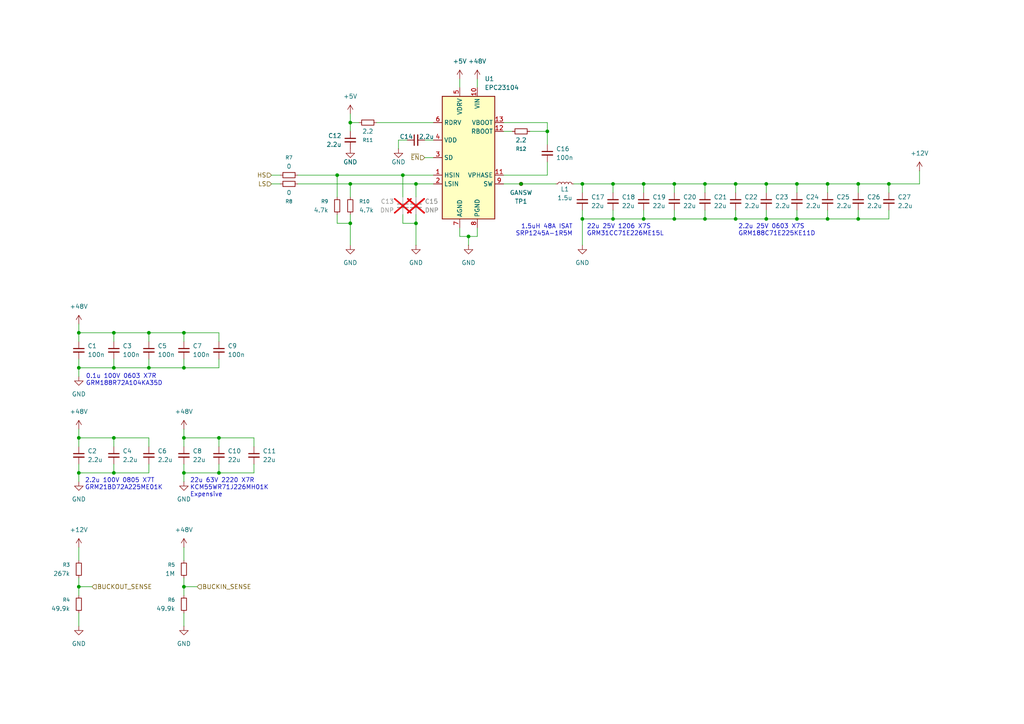
<source format=kicad_sch>
(kicad_sch (version 20250114) (generator "eeschema") (generator_version "9.0")
  (paper "A4")
  (lib_symbols
    (symbol "Connector:TestPoint_Small" (pin_numbers (hide yes)) (pin_names (offset 0.762) (hide yes))
      (property "Reference" "TP" (at 0 3.81 0))
      (property "Value" "TestPoint_Small" (at 0 2.032 0))
      (symbol "TestPoint_Small_0_1"
        (circle (center 0 0) (radius 0.508))
      )
      (symbol "TestPoint_Small_1_1"
        (pin passive line (at 0 0 90) (length 0) (name "1") (number "1"))
      )
    )
    (symbol "Device:C_Small" (pin_numbers (hide yes)) (pin_names (offset 0.254) (hide yes))
      (property "Reference" "C" (at 0.254 1.778 0))
      (property "Value" "C_Small" (at 0.254 -2.032 0))
      (symbol "C_Small_0_1"
        (polyline (pts (xy -1.524 0.508) (xy 1.524 0.508)) (stroke (width 0.3048)))
        (polyline (pts (xy -1.524 -0.508) (xy 1.524 -0.508)) (stroke (width 0.3302)))
      )
      (symbol "C_Small_1_1"
        (pin passive line (at 0 2.54 270) (length 2.032) (name "~") (number "1"))
        (pin passive line (at 0 -2.54 90) (length 2.032) (name "~") (number "2"))
      )
    )
    (symbol "Device:L_Small" (pin_numbers (hide yes)) (pin_names (offset 0.254) (hide yes))
      (property "Reference" "L" (at 0.762 1.016 0))
      (property "Value" "L_Small" (at 0.762 -1.016 0))
      (symbol "L_Small_0_1"
        (arc (start 0 2.032) (mid 0.5058 1.524) (end 0 1.016))
        (arc (start 0 1.016) (mid 0.5058 0.508) (end 0 0))
        (arc (start 0 0) (mid 0.5058 -0.508) (end 0 -1.016))
        (arc (start 0 -1.016) (mid 0.5058 -1.524) (end 0 -2.032))
      )
      (symbol "L_Small_1_1"
        (pin passive line (at 0 2.54 270) (length 0.508) (name "~") (number "1"))
        (pin passive line (at 0 -2.54 90) (length 0.508) (name "~") (number "2"))
      )
    )
    (symbol "Device:R_Small" (pin_numbers (hide yes)) (pin_names (offset 0.254) (hide yes))
      (property "Reference" "R" (at 0 0 90))
      (property "Value" "R_Small" (at 1.778 0 90))
      (symbol "R_Small_0_1"
        (rectangle (start -0.762 1.778) (end 0.762 -1.778) (stroke (width 0.2032)))
      )
      (symbol "R_Small_1_1"
        (pin passive line (at 0 2.54 270) (length 0.762) (name "~") (number "1"))
        (pin passive line (at 0 -2.54 90) (length 0.762) (name "~") (number "2"))
      )
    )
    (symbol "Power_Management:EPC23104"
      (property "Reference" "U" (at 9.398 24.892 0))
      (property "Value" "EPC23104" (at 9.144 22.098 0))
      (symbol "EPC23104_1_1"
        (rectangle (start -7.62 17.78) (end 7.62 -17.78) (stroke (width 0.254)) (fill (type background)))
        (pin passive line (at -10.16 10.16 0) (length 2.54) (name "RDRV") (number "6"))
        (pin passive line (at -10.16 5.08 0) (length 2.54) (name "VDD") (number "4"))
        (pin input line (at -10.16 0 0) (length 2.54) (name "SD") (number "3"))
        (pin input line (at -10.16 -5.08 0) (length 2.54) (name "HSIN") (number "1"))
        (pin input line (at -10.16 -7.62 0) (length 2.54) (name "LSIN") (number "2"))
        (pin power_in line (at -2.54 20.32 270) (length 2.54) (name "VDRV") (number "5"))
        (pin power_in line (at -2.54 -20.32 90) (length 2.54) (name "AGND") (number "7"))
        (pin power_in line (at 2.54 20.32 270) (length 2.54) (name "VIN") (number "10"))
        (pin power_in line (at 2.54 -20.32 90) (length 2.54) (name "PGND") (number "8"))
        (pin input line (at 10.16 10.16 180) (length 2.54) (name "VBOOT") (number "13"))
        (pin passive line (at 10.16 7.62 180) (length 2.54) (name "RBOOT") (number "12"))
        (pin input line (at 10.16 -5.08 180) (length 2.54) (name "VPHASE") (number "11"))
        (pin power_out line (at 10.16 -7.62 180) (length 2.54) (name "SW") (number "9"))
      )
    )
    (symbol "power:+12V" (power) (pin_numbers (hide yes)) (pin_names (offset 0) (hide yes))
      (property "Value" "+12V" (at 0 3.556 0))
      (symbol "+12V_0_1"
        (polyline (pts (xy -0.762 1.27) (xy 0 2.54)))
        (polyline (pts (xy 0 2.54) (xy 0.762 1.27)))
        (polyline (pts (xy 0 0) (xy 0 2.54)))
      )
      (symbol "+12V_1_1"
        (pin power_in line (at 0 0 90) (length 0) (name "~") (number "1"))
      )
    )
    (symbol "power:+48V" (power) (pin_numbers (hide yes)) (pin_names (offset 0) (hide yes))
      (property "Value" "+48V" (at 0 3.556 0))
      (symbol "+48V_0_1"
        (polyline (pts (xy -0.762 1.27) (xy 0 2.54)))
        (polyline (pts (xy 0 2.54) (xy 0.762 1.27)))
        (polyline (pts (xy 0 0) (xy 0 2.54)))
      )
      (symbol "+48V_1_1"
        (pin power_in line (at 0 0 90) (length 0) (name "~") (number "1"))
      )
    )
    (symbol "power:+5V" (power) (pin_numbers (hide yes)) (pin_names (offset 0) (hide yes))
      (property "Value" "+5V" (at 0 3.556 0))
      (symbol "+5V_0_1"
        (polyline (pts (xy -0.762 1.27) (xy 0 2.54)))
        (polyline (pts (xy 0 2.54) (xy 0.762 1.27)))
        (polyline (pts (xy 0 0) (xy 0 2.54)))
      )
      (symbol "+5V_1_1"
        (pin power_in line (at 0 0 90) (length 0) (name "~") (number "1"))
      )
    )
    (symbol "power:GND" (power) (pin_numbers (hide yes)) (pin_names (offset 0) (hide yes))
      (property "Value" "GND" (at 0 -3.81 0))
      (symbol "GND_0_1"
        (polyline (pts (xy 0 0) (xy 0 -1.27) (xy 1.27 -1.27) (xy 0 -2.54) (xy -1.27 -1.27) (xy 0 -1.27)))
      )
      (symbol "GND_1_1"
        (pin power_in line (at 0 0 270) (length 0) (name "~") (number "1"))
      )
    )
  )
  (text "2.2u 25V 0603 X7S\nGRM188C71E225KE11D" (at 214.122 65.024 0) (effects (font (size 1.27 1.27)) (justify left top)))
  (text "22u 25V 1206 X7S\nGRM31CC71E226ME15L" (at 170.18 65.024 0) (effects (font (size 1.27 1.27)) (justify left top)))
  (text "0.1u 100V 0603 X7R\nGRM188R72A104KA35D" (at 24.892 108.458 0) (effects (font (size 1.27 1.27)) (justify left top)))
  (text "2.2u 100V 0805 X7T\nGRM21BD72A225ME01K" (at 24.638 138.684 0) (effects (font (size 1.27 1.27)) (justify left top)))
  (text "1.5uH 48A ISAT\nSRP1245A-1R5M" (at 166.116 68.58 0) (effects (font (size 1.27 1.27)) (justify right bottom)))
  (text "22u 63V 2220 X7R\nKCM55WR71J226MH01K\nExpensive" (at 55.118 138.684 0) (effects (font (size 1.27 1.27)) (justify left top)))
  (junction (at 213.36 53.34))
  (junction (at 101.6 35.56))
  (junction (at 204.47 63.5))
  (junction (at 195.58 63.5))
  (junction (at 22.86 106.68))
  (junction (at 63.5 127))
  (junction (at 53.34 106.68))
  (junction (at 33.02 106.68))
  (junction (at 33.02 137.16))
  (junction (at 158.75 38.1))
  (junction (at 135.89 68.58))
  (junction (at 53.34 96.52))
  (junction (at 186.69 63.5))
  (junction (at 248.92 53.34))
  (junction (at 22.86 137.16))
  (junction (at 168.91 53.34))
  (junction (at 186.69 53.34))
  (junction (at 195.58 53.34))
  (junction (at 222.25 53.34))
  (junction (at 177.8 53.34))
  (junction (at 22.86 127))
  (junction (at 257.81 53.34))
  (junction (at 248.92 63.5))
  (junction (at 177.8 63.5))
  (junction (at 240.03 63.5))
  (junction (at 33.02 127))
  (junction (at 43.18 106.68))
  (junction (at 53.34 170.18))
  (junction (at 120.65 53.34))
  (junction (at 213.36 63.5))
  (junction (at 120.65 64.77))
  (junction (at 53.34 127))
  (junction (at 97.79 50.8))
  (junction (at 204.47 53.34))
  (junction (at 101.6 64.77))
  (junction (at 33.02 96.52))
  (junction (at 240.03 53.34))
  (junction (at 22.86 170.18))
  (junction (at 116.84 50.8))
  (junction (at 63.5 137.16))
  (junction (at 53.34 137.16))
  (junction (at 151.13 53.34))
  (junction (at 22.86 96.52))
  (junction (at 168.91 63.5))
  (junction (at 231.14 63.5))
  (junction (at 231.14 53.34))
  (junction (at 101.6 53.34))
  (junction (at 43.18 96.52))
  (junction (at 222.25 63.5))
  (wire (pts (xy 53.34 124.46) (xy 53.34 127)))
  (wire (pts (xy 86.36 50.8) (xy 97.79 50.8)))
  (wire (pts (xy 43.18 96.52) (xy 43.18 99.06)))
  (wire (pts (xy 120.65 62.23) (xy 120.65 64.77)))
  (wire (pts (xy 43.18 137.16) (xy 33.02 137.16)))
  (wire (pts (xy 104.14 35.56) (xy 101.6 35.56)))
  (wire (pts (xy 63.5 127) (xy 73.66 127)))
  (wire (pts (xy 22.86 158.75) (xy 22.86 162.56)))
  (wire (pts (xy 101.6 64.77) (xy 101.6 71.12)))
  (wire (pts (xy 22.86 93.98) (xy 22.86 96.52)))
  (wire (pts (xy 168.91 63.5) (xy 168.91 71.12)))
  (wire (pts (xy 43.18 106.68) (xy 33.02 106.68)))
  (wire (pts (xy 213.36 63.5) (xy 222.25 63.5)))
  (wire (pts (xy 53.34 137.16) (xy 53.34 139.7)))
  (wire (pts (xy 133.35 66.04) (xy 133.35 68.58)))
  (wire (pts (xy 151.13 53.34) (xy 161.29 53.34)))
  (wire (pts (xy 22.86 137.16) (xy 22.86 139.7)))
  (wire (pts (xy 135.89 68.58) (xy 138.43 68.58)))
  (wire (pts (xy 53.34 129.54) (xy 53.34 127)))
  (wire (pts (xy 158.75 50.8) (xy 158.75 46.99)))
  (wire (pts (xy 33.02 137.16) (xy 22.86 137.16)))
  (wire (pts (xy 248.92 63.5) (xy 248.92 60.96)))
  (wire (pts (xy 53.34 167.64) (xy 53.34 170.18)))
  (wire (pts (xy 158.75 38.1) (xy 158.75 35.56)))
  (wire (pts (xy 231.14 63.5) (xy 240.03 63.5)))
  (wire (pts (xy 186.69 53.34) (xy 195.58 53.34)))
  (wire (pts (xy 86.36 53.34) (xy 101.6 53.34)))
  (wire (pts (xy 204.47 63.5) (xy 213.36 63.5)))
  (wire (pts (xy 177.8 53.34) (xy 177.8 55.88)))
  (wire (pts (xy 63.5 106.68) (xy 53.34 106.68)))
  (wire (pts (xy 43.18 127) (xy 43.18 129.54)))
  (wire (pts (xy 78.74 53.34) (xy 81.28 53.34)))
  (wire (pts (xy 43.18 96.52) (xy 53.34 96.52)))
  (wire (pts (xy 213.36 60.96) (xy 213.36 63.5)))
  (wire (pts (xy 22.86 170.18) (xy 22.86 172.72)))
  (wire (pts (xy 43.18 134.62) (xy 43.18 137.16)))
  (wire (pts (xy 222.25 53.34) (xy 231.14 53.34)))
  (wire (pts (xy 101.6 35.56) (xy 101.6 38.1)))
  (wire (pts (xy 204.47 53.34) (xy 204.47 55.88)))
  (wire (pts (xy 222.25 63.5) (xy 222.25 60.96)))
  (wire (pts (xy 116.84 50.8) (xy 116.84 57.15)))
  (wire (pts (xy 116.84 64.77) (xy 116.84 62.23)))
  (wire (pts (xy 231.14 53.34) (xy 240.03 53.34)))
  (wire (pts (xy 231.14 63.5) (xy 231.14 60.96)))
  (wire (pts (xy 57.15 170.18) (xy 53.34 170.18)))
  (wire (pts (xy 177.8 63.5) (xy 186.69 63.5)))
  (wire (pts (xy 53.34 96.52) (xy 63.5 96.52)))
  (wire (pts (xy 97.79 64.77) (xy 97.79 62.23)))
  (wire (pts (xy 168.91 60.96) (xy 168.91 63.5)))
  (wire (pts (xy 53.34 134.62) (xy 53.34 137.16)))
  (wire (pts (xy 138.43 68.58) (xy 138.43 66.04)))
  (wire (pts (xy 63.5 96.52) (xy 63.5 99.06)))
  (wire (pts (xy 153.67 38.1) (xy 158.75 38.1)))
  (wire (pts (xy 133.35 68.58) (xy 135.89 68.58)))
  (wire (pts (xy 101.6 53.34) (xy 101.6 57.15)))
  (wire (pts (xy 186.69 63.5) (xy 195.58 63.5)))
  (wire (pts (xy 120.65 64.77) (xy 120.65 71.12)))
  (wire (pts (xy 78.74 50.8) (xy 81.28 50.8)))
  (wire (pts (xy 195.58 63.5) (xy 195.58 60.96)))
  (wire (pts (xy 33.02 127) (xy 33.02 129.54)))
  (wire (pts (xy 120.65 64.77) (xy 116.84 64.77)))
  (wire (pts (xy 257.81 63.5) (xy 257.81 60.96)))
  (wire (pts (xy 133.35 22.86) (xy 133.35 25.4)))
  (wire (pts (xy 222.25 53.34) (xy 222.25 55.88)))
  (wire (pts (xy 73.66 127) (xy 73.66 129.54)))
  (wire (pts (xy 22.86 104.14) (xy 22.86 106.68)))
  (wire (pts (xy 186.69 60.96) (xy 186.69 63.5)))
  (wire (pts (xy 53.34 104.14) (xy 53.34 106.68)))
  (wire (pts (xy 22.86 99.06) (xy 22.86 96.52)))
  (wire (pts (xy 33.02 106.68) (xy 22.86 106.68)))
  (wire (pts (xy 73.66 134.62) (xy 73.66 137.16)))
  (wire (pts (xy 101.6 33.02) (xy 101.6 35.56)))
  (wire (pts (xy 109.22 35.56) (xy 125.73 35.56)))
  (wire (pts (xy 22.86 177.8) (xy 22.86 181.61)))
  (wire (pts (xy 123.19 40.64) (xy 125.73 40.64)))
  (wire (pts (xy 22.86 127) (xy 33.02 127)))
  (wire (pts (xy 168.91 53.34) (xy 166.37 53.34)))
  (wire (pts (xy 266.7 49.53) (xy 266.7 53.34)))
  (wire (pts (xy 257.81 53.34) (xy 257.81 55.88)))
  (wire (pts (xy 53.34 158.75) (xy 53.34 162.56)))
  (wire (pts (xy 195.58 53.34) (xy 204.47 53.34)))
  (wire (pts (xy 97.79 50.8) (xy 116.84 50.8)))
  (wire (pts (xy 22.86 167.64) (xy 22.86 170.18)))
  (wire (pts (xy 195.58 63.5) (xy 204.47 63.5)))
  (wire (pts (xy 177.8 60.96) (xy 177.8 63.5)))
  (wire (pts (xy 63.5 134.62) (xy 63.5 137.16)))
  (wire (pts (xy 101.6 53.34) (xy 120.65 53.34)))
  (wire (pts (xy 33.02 134.62) (xy 33.02 137.16)))
  (wire (pts (xy 53.34 170.18) (xy 53.34 172.72)))
  (wire (pts (xy 248.92 53.34) (xy 257.81 53.34)))
  (wire (pts (xy 53.34 177.8) (xy 53.34 181.61)))
  (wire (pts (xy 118.11 40.64) (xy 115.57 40.64)))
  (wire (pts (xy 22.86 96.52) (xy 33.02 96.52)))
  (wire (pts (xy 22.86 134.62) (xy 22.86 137.16)))
  (wire (pts (xy 168.91 63.5) (xy 177.8 63.5)))
  (wire (pts (xy 123.19 45.72) (xy 125.73 45.72)))
  (wire (pts (xy 135.89 68.58) (xy 135.89 71.12)))
  (wire (pts (xy 158.75 38.1) (xy 158.75 41.91)))
  (wire (pts (xy 120.65 53.34) (xy 120.65 57.15)))
  (wire (pts (xy 146.05 50.8) (xy 158.75 50.8)))
  (wire (pts (xy 138.43 22.86) (xy 138.43 25.4)))
  (wire (pts (xy 53.34 96.52) (xy 53.34 99.06)))
  (wire (pts (xy 204.47 53.34) (xy 213.36 53.34)))
  (wire (pts (xy 22.86 124.46) (xy 22.86 127)))
  (wire (pts (xy 257.81 53.34) (xy 266.7 53.34)))
  (wire (pts (xy 33.02 96.52) (xy 43.18 96.52)))
  (wire (pts (xy 63.5 104.14) (xy 63.5 106.68)))
  (wire (pts (xy 33.02 96.52) (xy 33.02 99.06)))
  (wire (pts (xy 248.92 53.34) (xy 248.92 55.88)))
  (wire (pts (xy 33.02 127) (xy 43.18 127)))
  (wire (pts (xy 240.03 63.5) (xy 248.92 63.5)))
  (wire (pts (xy 101.6 62.23) (xy 101.6 64.77)))
  (wire (pts (xy 146.05 53.34) (xy 151.13 53.34)))
  (wire (pts (xy 248.92 63.5) (xy 257.81 63.5)))
  (wire (pts (xy 116.84 50.8) (xy 125.73 50.8)))
  (wire (pts (xy 22.86 129.54) (xy 22.86 127)))
  (wire (pts (xy 222.25 63.5) (xy 231.14 63.5)))
  (wire (pts (xy 146.05 38.1) (xy 148.59 38.1)))
  (wire (pts (xy 231.14 53.34) (xy 231.14 55.88)))
  (wire (pts (xy 186.69 53.34) (xy 186.69 55.88)))
  (wire (pts (xy 240.03 53.34) (xy 248.92 53.34)))
  (wire (pts (xy 240.03 53.34) (xy 240.03 55.88)))
  (wire (pts (xy 240.03 60.96) (xy 240.03 63.5)))
  (wire (pts (xy 213.36 53.34) (xy 213.36 55.88)))
  (wire (pts (xy 63.5 137.16) (xy 53.34 137.16)))
  (wire (pts (xy 53.34 106.68) (xy 43.18 106.68)))
  (wire (pts (xy 146.05 35.56) (xy 158.75 35.56)))
  (wire (pts (xy 63.5 127) (xy 63.5 129.54)))
  (wire (pts (xy 115.57 40.64) (xy 115.57 43.18)))
  (wire (pts (xy 43.18 104.14) (xy 43.18 106.68)))
  (wire (pts (xy 26.67 170.18) (xy 22.86 170.18)))
  (wire (pts (xy 33.02 104.14) (xy 33.02 106.68)))
  (wire (pts (xy 22.86 106.68) (xy 22.86 109.22)))
  (wire (pts (xy 177.8 53.34) (xy 186.69 53.34)))
  (wire (pts (xy 168.91 55.88) (xy 168.91 53.34)))
  (wire (pts (xy 97.79 50.8) (xy 97.79 57.15)))
  (wire (pts (xy 120.65 53.34) (xy 125.73 53.34)))
  (wire (pts (xy 204.47 63.5) (xy 204.47 60.96)))
  (wire (pts (xy 195.58 53.34) (xy 195.58 55.88)))
  (wire (pts (xy 53.34 127) (xy 63.5 127)))
  (wire (pts (xy 168.91 53.34) (xy 177.8 53.34)))
  (wire (pts (xy 73.66 137.16) (xy 63.5 137.16)))
  (wire (pts (xy 101.6 64.77) (xy 97.79 64.77)))
  (wire (pts (xy 213.36 53.34) (xy 222.25 53.34)))
  (hierarchical_label "BUCKOUT_SENSE" (shape input) (at 26.67 170.18 0))
  (hierarchical_label "~{EN}" (shape input) (at 123.19 45.72 180))
  (hierarchical_label "HS" (shape input) (at 78.74 50.8 180))
  (hierarchical_label "BUCKIN_SENSE" (shape input) (at 57.15 170.18 0))
  (hierarchical_label "LS" (shape input) (at 78.74 53.34 180))
  (symbol (lib_id "Device:R_Small") (at 83.82 50.8 90) (unit 1)
    (property "Reference" "R7" (at 83.82 45.72 90) (effects (font (size 1.016 1.016))))
    (property "Value" "0" (at 83.82 48.26 90))
    (property "Footprint" "Resistor_SMD:R_0402_1005Metric" (effects (hide yes)))
    (property "Description" "Resistor, small symbol" (effects (hide yes)))
    (property "DIGIKEY_PN" "311-0.0JRCT-ND" (effects (hide yes)))
  )
  (symbol (lib_id "Device:L_Small") (at 163.83 53.34 90) (unit 1)
    (property "Reference" "L1" (at 163.83 54.864 90))
    (property "Value" "1.5u" (at 163.83 57.404 90))
    (property "Footprint" "Inductor_SMD:L_Bourns_SRP1245A" (effects (hide yes)))
    (property "Description" "Inductor, small symbol" (effects (hide yes)))
    (property "DIGIKEY_PN" "SRP1245A-1R5MCT-ND" (effects (hide yes)))
  )
  (symbol (lib_id "Device:R_Small") (at 22.86 165.1 0) (mirror y) (unit 1)
    (property "Reference" "R3" (at 20.32 163.8299 0) (effects (font (size 1.016 1.016)) (justify left)))
    (property "Value" "267k" (at 20.32 166.3699 0) (effects (justify left)))
    (property "Footprint" "Resistor_SMD:R_0402_1005Metric" (effects (hide yes)))
    (property "Description" "Resistor, small symbol" (effects (hide yes)))
    (property "DIGIKEY_PN" "2019-RN73R1ETTP2673B25CT-ND" (effects (hide yes)))
  )
  (symbol (lib_id "Device:C_Small") (at 22.86 132.08 0) (unit 1)
    (property "Reference" "C2" (at 25.4 130.8162 0) (effects (justify left)))
    (property "Value" "2.2u" (at 25.4 133.3562 0) (effects (justify left)))
    (property "Footprint" "Capacitor_SMD:C_0805_2012Metric" (effects (hide yes)))
    (property "Description" "Unpolarized capacitor, small symbol" (effects (hide yes)))
    (property "DIGIKEY_PN" "490-GRM21BD72A225ME01KCT-ND" (effects (hide yes)))
  )
  (symbol (lib_id "Device:C_Small") (at 257.81 58.42 0) (unit 1)
    (property "Reference" "C27" (at 260.35 57.1562 0) (effects (justify left)))
    (property "Value" "2.2u" (at 260.35 59.6962 0) (effects (justify left)))
    (property "Footprint" "Capacitor_SMD:C_0603_1608Metric" (effects (hide yes)))
    (property "Description" "Unpolarized capacitor, small symbol" (effects (hide yes)))
    (property "DIGIKEY_PN" "490-12732-1-ND" (effects (hide yes)))
  )
  (symbol (lib_id "power:GND") (at 101.6 71.12 0) (unit 1)
    (property "Reference" "#PWR026" (effects (hide yes)))
    (property "Value" "GND" (at 101.6 76.2 0))
    (property "Description" "Power symbol creates a global label with name \"GND\" , ground" (effects (hide yes)))
  )
  (symbol (lib_id "Connector:TestPoint_Small") (at 151.13 53.34 270) (unit 1)
    (property "Reference" "TP1" (at 151.13 58.42 90))
    (property "Value" "GANSW" (at 151.13 55.88 90))
    (property "Footprint" "TestPoint:TestPoint_Keystone_5015_Micro_Mini" (effects (hide yes)))
    (property "Description" "test point" (effects (hide yes)))
    (property "DIGIKEY_PN" "36-5015CT-ND" (effects (hide yes)))
  )
  (symbol (lib_id "Device:C_Small") (at 43.18 101.6 0) (unit 1)
    (property "Reference" "C5" (at 45.72 100.3362 0) (effects (justify left)))
    (property "Value" "100n" (at 45.72 102.8762 0) (effects (justify left)))
    (property "Footprint" "Capacitor_SMD:C_0603_1608Metric" (effects (hide yes)))
    (property "Description" "Unpolarized capacitor, small symbol" (effects (hide yes)))
    (property "DIGIKEY_PN" "490-3285-1-ND" (effects (hide yes)))
  )
  (symbol (lib_id "power:+48V") (at 138.43 22.86 0) (unit 1)
    (property "Reference" "#PWR031" (effects (hide yes)))
    (property "Value" "+48V" (at 138.43 17.78 0))
    (property "Description" "Power symbol creates a global label with name \"+48V\"" (effects (hide yes)))
  )
  (symbol (lib_id "Device:C_Small") (at 22.86 101.6 0) (unit 1)
    (property "Reference" "C1" (at 25.4 100.3362 0) (effects (justify left)))
    (property "Value" "100n" (at 25.4 102.8762 0) (effects (justify left)))
    (property "Footprint" "Capacitor_SMD:C_0603_1608Metric" (effects (hide yes)))
    (property "Description" "Unpolarized capacitor, small symbol" (effects (hide yes)))
    (property "DIGIKEY_PN" "490-3285-1-ND" (effects (hide yes)))
  )
  (symbol (lib_id "power:GND") (at 22.86 139.7 0) (unit 1)
    (property "Reference" "#PWR017" (effects (hide yes)))
    (property "Value" "GND" (at 22.86 144.78 0))
    (property "Description" "Power symbol creates a global label with name \"GND\" , ground" (effects (hide yes)))
  )
  (symbol (lib_id "power:GND") (at 168.91 71.12 0) (unit 1)
    (property "Reference" "#PWR032" (effects (hide yes)))
    (property "Value" "GND" (at 168.91 76.2 0))
    (property "Description" "Power symbol creates a global label with name \"GND\" , ground" (effects (hide yes)))
  )
  (symbol (lib_id "Device:C_Small") (at 248.92 58.42 0) (unit 1)
    (property "Reference" "C26" (at 251.46 57.1562 0) (effects (justify left)))
    (property "Value" "2.2u" (at 251.46 59.6962 0) (effects (justify left)))
    (property "Footprint" "Capacitor_SMD:C_0603_1608Metric" (effects (hide yes)))
    (property "Description" "Unpolarized capacitor, small symbol" (effects (hide yes)))
    (property "DIGIKEY_PN" "490-12732-1-ND" (effects (hide yes)))
  )
  (symbol (lib_id "Device:C_Small") (at 168.91 58.42 0) (unit 1)
    (property "Reference" "C17" (at 171.45 57.1562 0) (effects (justify left)))
    (property "Value" "22u" (at 171.45 59.6962 0) (effects (justify left)))
    (property "Footprint" "Capacitor_SMD:C_1206_3216Metric" (effects (hide yes)))
    (property "Description" "Unpolarized capacitor, small symbol" (effects (hide yes)))
    (property "DIGIKEY_PN" "490-GRM31CC71E226ME15LCT-ND" (effects (hide yes)))
  )
  (symbol (lib_id "power:GND") (at 53.34 139.7 0) (unit 1)
    (property "Reference" "#PWR021" (effects (hide yes)))
    (property "Value" "GND" (at 53.34 144.78 0))
    (property "Description" "Power symbol creates a global label with name \"GND\" , ground" (effects (hide yes)))
  )
  (symbol (lib_id "Device:C_Small") (at 240.03 58.42 0) (unit 1)
    (property "Reference" "C25" (at 242.57 57.1562 0) (effects (justify left)))
    (property "Value" "2.2u" (at 242.57 59.6962 0) (effects (justify left)))
    (property "Footprint" "Capacitor_SMD:C_0603_1608Metric" (effects (hide yes)))
    (property "Description" "Unpolarized capacitor, small symbol" (effects (hide yes)))
    (property "DIGIKEY_PN" "490-12732-1-ND" (effects (hide yes)))
  )
  (symbol (lib_id "power:+48V") (at 22.86 93.98 0) (unit 1)
    (property "Reference" "#PWR014" (effects (hide yes)))
    (property "Value" "+48V" (at 22.86 88.9 0))
    (property "Description" "Power symbol creates a global label with name \"+48V\"" (effects (hide yes)))
  )
  (symbol (lib_id "power:+5V") (at 101.6 33.02 0) (unit 1)
    (property "Reference" "#PWR024" (effects (hide yes)))
    (property "Value" "+5V" (at 101.6 27.94 0))
    (property "Description" "Power symbol creates a global label with name \"+5V\"" (effects (hide yes)))
  )
  (symbol (lib_id "Device:C_Small") (at 101.6 40.64 0) (mirror y) (unit 1)
    (property "Reference" "C12" (at 99.06 39.3762 0) (effects (justify left)))
    (property "Value" "2.2u" (at 99.06 41.9162 0) (effects (justify left)))
    (property "Footprint" "Capacitor_SMD:C_0603_1608Metric" (effects (hide yes)))
    (property "Description" "Unpolarized capacitor, small symbol" (effects (hide yes)))
    (property "DIGIKEY_PN" "490-6418-1-ND" (effects (hide yes)))
  )
  (symbol (lib_id "Device:C_Small") (at 53.34 101.6 0) (unit 1)
    (property "Reference" "C7" (at 55.88 100.3362 0) (effects (justify left)))
    (property "Value" "100n" (at 55.88 102.8762 0) (effects (justify left)))
    (property "Footprint" "Capacitor_SMD:C_0603_1608Metric" (effects (hide yes)))
    (property "Description" "Unpolarized capacitor, small symbol" (effects (hide yes)))
    (property "DIGIKEY_PN" "490-3285-1-ND" (effects (hide yes)))
  )
  (symbol (lib_id "power:GND") (at 53.34 181.61 0) (mirror y) (unit 1)
    (property "Reference" "#PWR023" (effects (hide yes)))
    (property "Value" "GND" (at 53.34 186.69 0))
    (property "Description" "Power symbol creates a global label with name \"GND\" , ground" (effects (hide yes)))
  )
  (symbol (lib_id "Device:C_Small") (at 158.75 44.45 0) (unit 1)
    (property "Reference" "C16" (at 161.29 43.1862 0) (effects (justify left)))
    (property "Value" "100n" (at 161.29 45.7262 0) (effects (justify left)))
    (property "Footprint" "Capacitor_SMD:C_0402_1005Metric" (effects (hide yes)))
    (property "Description" "Unpolarized capacitor, small symbol" (effects (hide yes)))
    (property "DIGIKEY_PN" "490-GRM022R61C104ME05LCT-ND" (effects (hide yes)))
  )
  (symbol (lib_id "Device:C_Small") (at 53.34 132.08 0) (unit 1)
    (property "Reference" "C8" (at 55.88 130.8162 0) (effects (justify left)))
    (property "Value" "22u" (at 55.88 133.3562 0) (effects (justify left)))
    (property "Footprint" "Capacitor_SMD:C_2220_5750Metric" (effects (hide yes)))
    (property "Description" "Unpolarized capacitor, small symbol" (effects (hide yes)))
    (property "DIGIKEY_PN" "490-5839-1-ND" (effects (hide yes)))
  )
  (symbol (lib_id "Power_Management:EPC23104") (at 135.89 45.72 0) (unit 1)
    (property "Reference" "U1" (at 140.5733 22.86 0) (effects (justify left)))
    (property "Value" "EPC23104" (at 140.5733 25.4 0) (effects (justify left)))
    (property "Footprint" "Package_DFN_QFN:EPC_QFN-13-3EP_3.5x5mm_P0.5mm" (effects (hide yes)))
    (property "Datasheet" "https://epc-co.com/epc/Portals/0/epc/documents/datasheets/EPC23104_datasheet.pdf" (effects (hide yes)))
    (property "Description" "GaN Half-Bridge Power-Stage with Integrated Gate-Drivers, 80 V, 15 A, EPC_QFN-13-3EP" (effects (hide yes)))
    (property "DIGIKEY_PN" "917-EPC23104ENGRTCT-ND" (effects (hide yes)))
  )
  (symbol (lib_id "Device:R_Small") (at 83.82 53.34 90) (mirror x) (unit 1)
    (property "Reference" "R8" (at 83.82 58.42 90) (effects (font (size 1.016 1.016))))
    (property "Value" "0" (at 83.82 55.88 90))
    (property "Footprint" "Resistor_SMD:R_0402_1005Metric" (effects (hide yes)))
    (property "Description" "Resistor, small symbol" (effects (hide yes)))
    (property "DIGIKEY_PN" "311-0.0JRCT-ND" (effects (hide yes)))
  )
  (symbol (lib_id "power:+48V") (at 53.34 158.75 0) (mirror y) (unit 1)
    (property "Reference" "#PWR022" (effects (hide yes)))
    (property "Value" "+48V" (at 53.34 153.67 0))
    (property "Description" "Power symbol creates a global label with name \"+48V\"" (effects (hide yes)))
  )
  (symbol (lib_id "Device:C_Small") (at 33.02 101.6 0) (unit 1)
    (property "Reference" "C3" (at 35.56 100.3362 0) (effects (justify left)))
    (property "Value" "100n" (at 35.56 102.8762 0) (effects (justify left)))
    (property "Footprint" "Capacitor_SMD:C_0603_1608Metric" (effects (hide yes)))
    (property "Description" "Unpolarized capacitor, small symbol" (effects (hide yes)))
    (property "DIGIKEY_PN" "490-3285-1-ND" (effects (hide yes)))
  )
  (symbol (lib_id "Device:C_Small") (at 33.02 132.08 0) (unit 1)
    (property "Reference" "C4" (at 35.56 130.8162 0) (effects (justify left)))
    (property "Value" "2.2u" (at 35.56 133.3562 0) (effects (justify left)))
    (property "Footprint" "Capacitor_SMD:C_0805_2012Metric" (effects (hide yes)))
    (property "Description" "Unpolarized capacitor, small symbol" (effects (hide yes)))
    (property "DIGIKEY_PN" "490-GRM21BD72A225ME01KCT-ND" (effects (hide yes)))
  )
  (symbol (lib_id "power:GND") (at 22.86 109.22 0) (unit 1)
    (property "Reference" "#PWR015" (effects (hide yes)))
    (property "Value" "GND" (at 22.86 114.3 0))
    (property "Description" "Power symbol creates a global label with name \"GND\" , ground" (effects (hide yes)))
  )
  (symbol (lib_id "Device:C_Small") (at 73.66 132.08 0) (unit 1)
    (property "Reference" "C11" (at 76.2 130.8162 0) (effects (justify left)))
    (property "Value" "22u" (at 76.2 133.3562 0) (effects (justify left)))
    (property "Footprint" "Capacitor_SMD:C_2220_5750Metric" (effects (hide yes)))
    (property "Description" "Unpolarized capacitor, small symbol" (effects (hide yes)))
    (property "DIGIKEY_PN" "490-5839-1-ND" (effects (hide yes)))
  )
  (symbol (lib_id "Device:R_Small") (at 106.68 35.56 270) (mirror x) (unit 1)
    (property "Reference" "R11" (at 106.68 40.64 90) (effects (font (size 1.016 1.016))))
    (property "Value" "2.2" (at 106.68 38.1 90))
    (property "Footprint" "Resistor_SMD:R_0402_1005Metric" (effects (hide yes)))
    (property "Description" "Resistor, small symbol" (effects (hide yes)))
    (property "DIGIKEY_PN" "YAG3471CT-ND" (effects (hide yes)))
  )
  (symbol (lib_id "Device:R_Small") (at 53.34 165.1 0) (mirror y) (unit 1)
    (property "Reference" "R5" (at 50.8 163.8299 0) (effects (font (size 1.016 1.016)) (justify left)))
    (property "Value" "1M" (at 50.8 166.3699 0) (effects (justify left)))
    (property "Footprint" "Resistor_SMD:R_0402_1005Metric" (effects (hide yes)))
    (property "Description" "Resistor, small symbol" (effects (hide yes)))
    (property "DIGIKEY_PN" "541-MCS0402MD1004BE000CT-ND" (effects (hide yes)))
  )
  (symbol (lib_id "power:GND") (at 101.6 43.18 0) (unit 1)
    (property "Reference" "#PWR025" (effects (hide yes)))
    (property "Value" "GND" (at 101.6 46.99 0))
    (property "Description" "Power symbol creates a global label with name \"GND\" , ground" (effects (hide yes)))
  )
  (symbol (lib_id "Device:C_Small") (at 177.8 58.42 0) (unit 1)
    (property "Reference" "C18" (at 180.34 57.1562 0) (effects (justify left)))
    (property "Value" "22u" (at 180.34 59.6962 0) (effects (justify left)))
    (property "Footprint" "Capacitor_SMD:C_1206_3216Metric" (effects (hide yes)))
    (property "Description" "Unpolarized capacitor, small symbol" (effects (hide yes)))
    (property "DIGIKEY_PN" "490-GRM31CC71E226ME15LCT-ND" (effects (hide yes)))
  )
  (symbol (lib_id "power:+48V") (at 22.86 124.46 0) (unit 1)
    (property "Reference" "#PWR016" (effects (hide yes)))
    (property "Value" "+48V" (at 22.86 119.38 0))
    (property "Description" "Power symbol creates a global label with name \"+48V\"" (effects (hide yes)))
  )
  (symbol (lib_id "Device:C_Small") (at 63.5 101.6 0) (unit 1)
    (property "Reference" "C9" (at 66.04 100.3362 0) (effects (justify left)))
    (property "Value" "100n" (at 66.04 102.8762 0) (effects (justify left)))
    (property "Footprint" "Capacitor_SMD:C_0603_1608Metric" (effects (hide yes)))
    (property "Description" "Unpolarized capacitor, small symbol" (effects (hide yes)))
    (property "DIGIKEY_PN" "490-3285-1-ND" (effects (hide yes)))
  )
  (symbol (lib_id "Device:R_Small") (at 151.13 38.1 270) (mirror x) (unit 1)
    (property "Reference" "R12" (at 151.13 43.18 90) (effects (font (size 1.016 1.016))))
    (property "Value" "2.2" (at 151.13 40.64 90))
    (property "Footprint" "Resistor_SMD:R_0402_1005Metric" (effects (hide yes)))
    (property "Description" "Resistor, small symbol" (effects (hide yes)))
    (property "DIGIKEY_PN" "YAG3471CT-ND" (effects (hide yes)))
  )
  (symbol (lib_id "Device:C_Small") (at 231.14 58.42 0) (unit 1)
    (property "Reference" "C24" (at 233.68 57.1562 0) (effects (justify left)))
    (property "Value" "2.2u" (at 233.68 59.6962 0) (effects (justify left)))
    (property "Footprint" "Capacitor_SMD:C_0603_1608Metric" (effects (hide yes)))
    (property "Description" "Unpolarized capacitor, small symbol" (effects (hide yes)))
    (property "DIGIKEY_PN" "490-12732-1-ND" (effects (hide yes)))
  )
  (symbol (lib_id "Device:R_Small") (at 101.6 59.69 0) (unit 1)
    (property "Reference" "R10" (at 104.14 58.4199 0) (effects (font (size 1.016 1.016)) (justify left)))
    (property "Value" "4.7k" (at 104.14 60.9599 0) (effects (justify left)))
    (property "Footprint" "Resistor_SMD:R_0402_1005Metric" (effects (hide yes)))
    (property "Description" "Resistor, small symbol" (effects (hide yes)))
    (property "DIGIKEY_PN" "311-4.7KJRCT-ND" (effects (hide yes)))
  )
  (symbol (lib_id "power:GND") (at 135.89 71.12 0) (unit 1)
    (property "Reference" "#PWR030" (effects (hide yes)))
    (property "Value" "GND" (at 135.89 76.2 0))
    (property "Description" "Power symbol creates a global label with name \"GND\" , ground" (effects (hide yes)))
  )
  (symbol (lib_id "Device:C_Small") (at 120.65 40.64 90) (unit 1)
    (property "Reference" "C14" (at 117.856 39.624 90))
    (property "Value" "2.2u" (at 123.698 39.624 90))
    (property "Footprint" "Capacitor_SMD:C_0603_1608Metric" (effects (hide yes)))
    (property "Description" "Unpolarized capacitor, small symbol" (effects (hide yes)))
    (property "DIGIKEY_PN" "490-6418-1-ND" (effects (hide yes)))
  )
  (symbol (lib_id "power:+5V") (at 133.35 22.86 0) (unit 1)
    (property "Reference" "#PWR029" (effects (hide yes)))
    (property "Value" "+5V" (at 133.35 17.78 0))
    (property "Description" "Power symbol creates a global label with name \"+5V\"" (effects (hide yes)))
  )
  (symbol (lib_id "Device:C_Small") (at 195.58 58.42 0) (unit 1)
    (property "Reference" "C20" (at 198.12 57.1562 0) (effects (justify left)))
    (property "Value" "22u" (at 198.12 59.6962 0) (effects (justify left)))
    (property "Footprint" "Capacitor_SMD:C_1206_3216Metric" (effects (hide yes)))
    (property "Description" "Unpolarized capacitor, small symbol" (effects (hide yes)))
    (property "DIGIKEY_PN" "490-GRM31CC71E226ME15LCT-ND" (effects (hide yes)))
  )
  (symbol (lib_id "Device:C_Small") (at 63.5 132.08 0) (unit 1)
    (property "Reference" "C10" (at 66.04 130.8162 0) (effects (justify left)))
    (property "Value" "22u" (at 66.04 133.3562 0) (effects (justify left)))
    (property "Footprint" "Capacitor_SMD:C_2220_5750Metric" (effects (hide yes)))
    (property "Description" "Unpolarized capacitor, small symbol" (effects (hide yes)))
    (property "DIGIKEY_PN" "490-5839-1-ND" (effects (hide yes)))
  )
  (symbol (lib_id "power:GND") (at 22.86 181.61 0) (mirror y) (unit 1)
    (property "Reference" "#PWR019" (effects (hide yes)))
    (property "Value" "GND" (at 22.86 186.69 0))
    (property "Description" "Power symbol creates a global label with name \"GND\" , ground" (effects (hide yes)))
  )
  (symbol (lib_id "power:+48V") (at 53.34 124.46 0) (unit 1)
    (property "Reference" "#PWR020" (effects (hide yes)))
    (property "Value" "+48V" (at 53.34 119.38 0))
    (property "Description" "Power symbol creates a global label with name \"+48V\"" (effects (hide yes)))
  )
  (symbol (lib_id "power:GND") (at 120.65 71.12 0) (unit 1)
    (property "Reference" "#PWR028" (effects (hide yes)))
    (property "Value" "GND" (at 120.65 76.2 0))
    (property "Description" "Power symbol creates a global label with name \"GND\" , ground" (effects (hide yes)))
  )
  (symbol (lib_id "Device:R_Small") (at 97.79 59.69 0) (mirror y) (unit 1)
    (property "Reference" "R9" (at 95.25 58.4199 0) (effects (font (size 1.016 1.016)) (justify left)))
    (property "Value" "4.7k" (at 95.25 60.9599 0) (effects (justify left)))
    (property "Footprint" "Resistor_SMD:R_0402_1005Metric" (effects (hide yes)))
    (property "Description" "Resistor, small symbol" (effects (hide yes)))
    (property "DIGIKEY_PN" "311-4.7KJRCT-ND" (effects (hide yes)))
  )
  (symbol (lib_id "Device:C_Small") (at 222.25 58.42 0) (unit 1)
    (property "Reference" "C23" (at 224.79 57.1562 0) (effects (justify left)))
    (property "Value" "2.2u" (at 224.79 59.6962 0) (effects (justify left)))
    (property "Footprint" "Capacitor_SMD:C_0603_1608Metric" (effects (hide yes)))
    (property "Description" "Unpolarized capacitor, small symbol" (effects (hide yes)))
    (property "DIGIKEY_PN" "490-12732-1-ND" (effects (hide yes)))
  )
  (symbol (lib_id "power:+12V") (at 22.86 158.75 0) (mirror y) (unit 1)
    (property "Reference" "#PWR018" (effects (hide yes)))
    (property "Value" "+12V" (at 22.86 153.67 0))
    (property "Description" "Power symbol creates a global label with name \"+12V\"" (effects (hide yes)))
  )
  (symbol (lib_id "Device:C_Small") (at 43.18 132.08 0) (unit 1)
    (property "Reference" "C6" (at 45.72 130.8162 0) (effects (justify left)))
    (property "Value" "2.2u" (at 45.72 133.3562 0) (effects (justify left)))
    (property "Footprint" "Capacitor_SMD:C_0805_2012Metric" (effects (hide yes)))
    (property "Description" "Unpolarized capacitor, small symbol" (effects (hide yes)))
    (property "DIGIKEY_PN" "490-GRM21BD72A225ME01KCT-ND" (effects (hide yes)))
  )
  (symbol (lib_id "Device:R_Small") (at 53.34 175.26 0) (mirror y) (unit 1)
    (property "Reference" "R6" (at 50.8 173.9899 0) (effects (font (size 1.016 1.016)) (justify left)))
    (property "Value" "49.9k" (at 50.8 176.5299 0) (effects (justify left)))
    (property "Footprint" "Resistor_SMD:R_0402_1005Metric" (effects (hide yes)))
    (property "Description" "Resistor, small symbol" (effects (hide yes)))
    (property "DIGIKEY_PN" "YAG4394CT-ND" (effects (hide yes)))
  )
  (symbol (lib_id "Device:C_Small") (at 120.65 59.69 0) (mirror y) (unit 1) (dnp yes)
    (property "Reference" "C15" (at 123.19 58.4262 0) (effects (justify right)))
    (property "Value" "DNP" (at 123.19 60.9662 0) (effects (justify right)))
    (property "Footprint" "Capacitor_SMD:C_0402_1005Metric" (effects (hide yes)))
    (property "Description" "Unpolarized capacitor, small symbol" (effects (hide yes)))
  )
  (symbol (lib_id "power:GND") (at 115.57 43.18 0) (unit 1)
    (property "Reference" "#PWR027" (effects (hide yes)))
    (property "Value" "GND" (at 115.57 46.99 0))
    (property "Description" "Power symbol creates a global label with name \"GND\" , ground" (effects (hide yes)))
  )
  (symbol (lib_id "power:+12V") (at 266.7 49.53 0) (unit 1)
    (property "Reference" "#PWR033" (effects (hide yes)))
    (property "Value" "+12V" (at 266.7 44.45 0))
    (property "Description" "Power symbol creates a global label with name \"+12V\"" (effects (hide yes)))
  )
  (symbol (lib_id "Device:C_Small") (at 116.84 59.69 0) (unit 1) (dnp yes)
    (property "Reference" "C13" (at 114.3 58.4262 0) (effects (justify right)))
    (property "Value" "DNP" (at 114.3 60.9662 0) (effects (justify right)))
    (property "Footprint" "Capacitor_SMD:C_0402_1005Metric" (effects (hide yes)))
    (property "Description" "Unpolarized capacitor, small symbol" (effects (hide yes)))
  )
  (symbol (lib_id "Device:C_Small") (at 186.69 58.42 0) (unit 1)
    (property "Reference" "C19" (at 189.23 57.1562 0) (effects (justify left)))
    (property "Value" "22u" (at 189.23 59.6962 0) (effects (justify left)))
    (property "Footprint" "Capacitor_SMD:C_1206_3216Metric" (effects (hide yes)))
    (property "Description" "Unpolarized capacitor, small symbol" (effects (hide yes)))
    (property "DIGIKEY_PN" "490-GRM31CC71E226ME15LCT-ND" (effects (hide yes)))
  )
  (symbol (lib_id "Device:R_Small") (at 22.86 175.26 0) (mirror y) (unit 1)
    (property "Reference" "R4" (at 20.32 173.9899 0) (effects (font (size 1.016 1.016)) (justify left)))
    (property "Value" "49.9k" (at 20.32 176.5299 0) (effects (justify left)))
    (property "Footprint" "Resistor_SMD:R_0402_1005Metric" (effects (hide yes)))
    (property "Description" "Resistor, small symbol" (effects (hide yes)))
    (property "DIGIKEY_PN" "YAG4394CT-ND" (effects (hide yes)))
  )
  (symbol (lib_id "Device:C_Small") (at 213.36 58.42 0) (unit 1)
    (property "Reference" "C22" (at 215.9 57.1562 0) (effects (justify left)))
    (property "Value" "2.2u" (at 215.9 59.6962 0) (effects (justify left)))
    (property "Footprint" "Capacitor_SMD:C_0603_1608Metric" (effects (hide yes)))
    (property "Description" "Unpolarized capacitor, small symbol" (effects (hide yes)))
    (property "DIGIKEY_PN" "490-12732-1-ND" (effects (hide yes)))
  )
  (symbol (lib_id "Device:C_Small") (at 204.47 58.42 0) (unit 1)
    (property "Reference" "C21" (at 207.01 57.1562 0) (effects (justify left)))
    (property "Value" "22u" (at 207.01 59.6962 0) (effects (justify left)))
    (property "Footprint" "Capacitor_SMD:C_1206_3216Metric" (effects (hide yes)))
    (property "Description" "Unpolarized capacitor, small symbol" (effects (hide yes)))
    (property "DIGIKEY_PN" "490-GRM31CC71E226ME15LCT-ND" (effects (hide yes)))
  )
)
</source>
